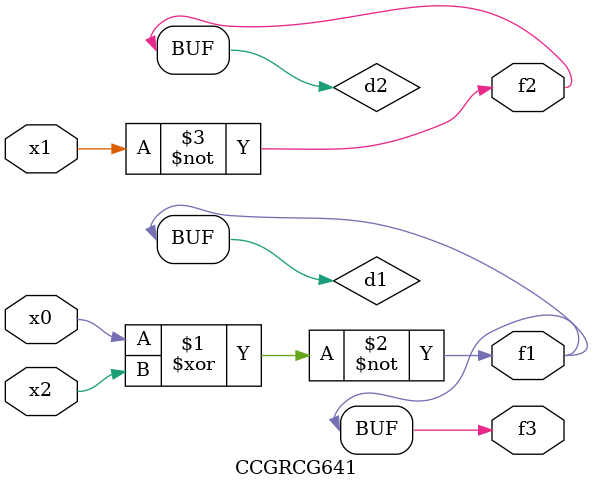
<source format=v>
module CCGRCG641(
	input x0, x1, x2,
	output f1, f2, f3
);

	wire d1, d2, d3;

	xnor (d1, x0, x2);
	nand (d2, x1);
	nor (d3, x1, x2);
	assign f1 = d1;
	assign f2 = d2;
	assign f3 = d1;
endmodule

</source>
